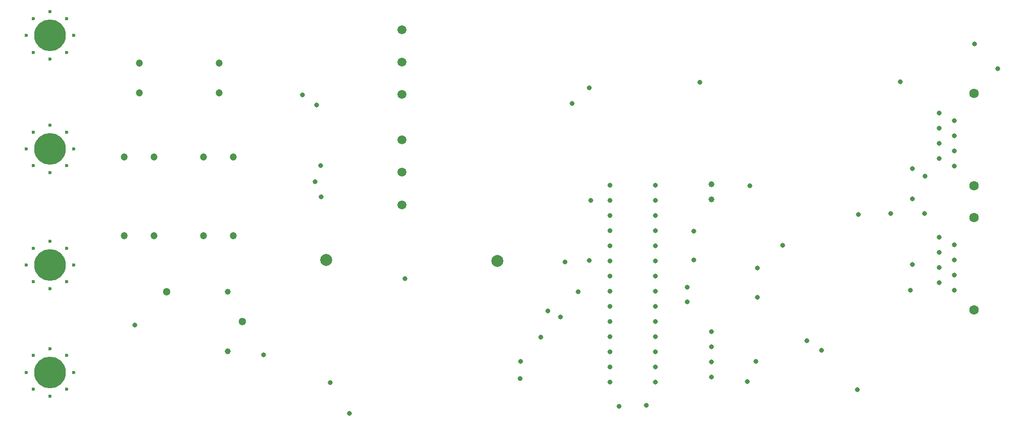
<source format=gbr>
%TF.GenerationSoftware,KiCad,Pcbnew,5.1.5+dfsg1-2~bpo10+1*%
%TF.CreationDate,2020-10-07T12:31:16+00:00*%
%TF.ProjectId,MCB19,4d434231-392e-46b6-9963-61645f706362,rev?*%
%TF.SameCoordinates,Original*%
%TF.FileFunction,Plated,1,2,PTH,Drill*%
%TF.FilePolarity,Positive*%
%FSLAX46Y46*%
G04 Gerber Fmt 4.6, Leading zero omitted, Abs format (unit mm)*
G04 Created by KiCad (PCBNEW 5.1.5+dfsg1-2~bpo10+1) date 2020-10-07 12:31:16*
%MOMM*%
%LPD*%
G04 APERTURE LIST*
%TA.AperFunction,ComponentDrill*%
%ADD10C,0.600000*%
%TD*%
%TA.AperFunction,ViaDrill*%
%ADD11C,0.800000*%
%TD*%
%TA.AperFunction,ComponentDrill*%
%ADD12C,0.800000*%
%TD*%
%TA.AperFunction,ComponentDrill*%
%ADD13C,1.000000*%
%TD*%
%TA.AperFunction,ComponentDrill*%
%ADD14C,1.200000*%
%TD*%
%TA.AperFunction,ComponentDrill*%
%ADD15C,1.300000*%
%TD*%
%TA.AperFunction,ComponentDrill*%
%ADD16C,1.500000*%
%TD*%
%TA.AperFunction,ComponentDrill*%
%ADD17C,1.600000*%
%TD*%
%TA.AperFunction,ComponentDrill*%
%ADD18C,2.000000*%
%TD*%
%TA.AperFunction,ComponentDrill*%
%ADD19C,5.300000*%
%TD*%
G04 APERTURE END LIST*
D10*
%TO.C,J613*%
X53025000Y-119500000D03*
X54189251Y-116689251D03*
X54189251Y-122310749D03*
X57000000Y-115525000D03*
X57000000Y-123475000D03*
X59810749Y-116689251D03*
X59810749Y-122310749D03*
X60975000Y-119500000D03*
%TO.C,J611*%
X53025000Y-63000000D03*
X54189251Y-60189251D03*
X54189251Y-65810749D03*
X57000000Y-59025000D03*
X57000000Y-66975000D03*
X59810749Y-60189251D03*
X59810749Y-65810749D03*
X60975000Y-63000000D03*
%TO.C,J614*%
X53025000Y-101500000D03*
X54189251Y-98689251D03*
X54189251Y-104310749D03*
X57000000Y-97525000D03*
X57000000Y-105475000D03*
X59810749Y-98689251D03*
X59810749Y-104310749D03*
X60975000Y-101500000D03*
%TO.C,J612*%
X53025000Y-82000000D03*
X54189251Y-79189251D03*
X54189251Y-84810749D03*
X57000000Y-78025000D03*
X57000000Y-85975000D03*
X59810749Y-79189251D03*
X59810749Y-84810749D03*
X60975000Y-82000000D03*
%TD*%
D11*
X71200000Y-111600000D03*
X92800000Y-116600000D03*
X99375000Y-73000000D03*
X101500000Y-87500000D03*
X101687989Y-74650000D03*
X102400000Y-84800000D03*
X102450000Y-90025000D03*
X104000000Y-121200000D03*
X107200000Y-126400000D03*
X116500000Y-103750000D03*
X135800000Y-120550012D03*
X135893644Y-117644324D03*
X139270738Y-113579262D03*
X140500000Y-109175000D03*
X142650001Y-110200000D03*
X143400000Y-101000000D03*
X144599998Y-74400000D03*
X145600000Y-105950000D03*
X147400000Y-71800000D03*
X147450000Y-100750000D03*
X147714000Y-90670000D03*
X152400000Y-125200000D03*
X157000000Y-125000000D03*
X163900000Y-105200000D03*
X163900000Y-107700000D03*
X166017412Y-70882588D03*
X173899988Y-121037235D03*
X174400000Y-88200000D03*
X175398744Y-117653990D03*
X179900000Y-98200000D03*
X183900000Y-114200000D03*
X186400000Y-115799998D03*
X192400000Y-122400000D03*
X192600000Y-93000000D03*
X197968000Y-92877000D03*
X199600000Y-70800000D03*
X201320114Y-105760291D03*
X201650002Y-85350000D03*
X201651000Y-90362010D03*
X201651000Y-101386000D03*
X203660709Y-92877000D03*
X203773354Y-86573354D03*
X212000000Y-64400000D03*
X215900000Y-68580000D03*
D12*
%TO.C,J601*%
X206084000Y-75971000D03*
X206084000Y-78511000D03*
X206084000Y-81051000D03*
X206084000Y-83591000D03*
X208624000Y-77241000D03*
X208624000Y-79781000D03*
X208624000Y-82321000D03*
X208624000Y-84861000D03*
%TO.C,U401*%
X150930000Y-88130000D03*
X150930000Y-90670000D03*
X150930000Y-93210000D03*
X150930000Y-95750000D03*
X150930000Y-98290000D03*
X150930000Y-100830000D03*
X150930000Y-103370000D03*
X150930000Y-105910000D03*
X150930000Y-108450000D03*
X150930000Y-110990000D03*
X150930000Y-113530000D03*
X150930000Y-116070000D03*
X150930000Y-118610000D03*
X150930000Y-121150000D03*
X158550000Y-88130000D03*
X158550000Y-90670000D03*
X158550000Y-93210000D03*
X158550000Y-95750000D03*
X158550000Y-98290000D03*
X158550000Y-100830000D03*
X158550000Y-103370000D03*
X158550000Y-105910000D03*
X158550000Y-108450000D03*
X158550000Y-110990000D03*
X158550000Y-113530000D03*
X158550000Y-116070000D03*
X158550000Y-118610000D03*
X158550000Y-121150000D03*
%TO.C,Y401*%
X164996000Y-95784000D03*
X164996000Y-100664000D03*
%TO.C,J401*%
X167900000Y-112660000D03*
X167900000Y-115200000D03*
X167900000Y-117740000D03*
X167900000Y-120280000D03*
%TO.C,Y201*%
X175634000Y-102036000D03*
X175634000Y-106916000D03*
%TO.C,J602*%
X206088000Y-96826000D03*
X206088000Y-99366000D03*
X206088000Y-101906000D03*
X206088000Y-104446000D03*
X208628000Y-98096000D03*
X208628000Y-100636000D03*
X208628000Y-103176000D03*
X208628000Y-105716000D03*
D13*
%TO.C,J402*%
X167900000Y-87950000D03*
X167900000Y-90490000D03*
%TO.C,K601*%
X86800000Y-106000000D03*
X86800000Y-116000000D03*
D14*
%TO.C,C608*%
X82752082Y-96550000D03*
X87752082Y-96550000D03*
%TO.C,C609*%
X69450000Y-96550000D03*
X74450000Y-96550000D03*
%TO.C,C621*%
X85400000Y-67650000D03*
X85400000Y-72650000D03*
%TO.C,C602*%
X72000000Y-67650000D03*
X72000000Y-72650000D03*
%TO.C,C610*%
X69450000Y-83400000D03*
X74450000Y-83400000D03*
%TO.C,C603*%
X82752082Y-83400000D03*
X87752082Y-83400000D03*
D15*
%TO.C,K601*%
X76600000Y-106000000D03*
X89300000Y-111000000D03*
D16*
%TO.C,Q602*%
X116000000Y-80500000D03*
X116000000Y-85950000D03*
X116000000Y-91400000D03*
%TO.C,Q601*%
X116000000Y-62000000D03*
X116000000Y-67450000D03*
X116000000Y-72900000D03*
D17*
%TO.C,J602*%
X211928000Y-93521000D03*
X211928000Y-109021000D03*
%TO.C,J601*%
X211924000Y-72666000D03*
X211924000Y-88166000D03*
D18*
%TO.C,L601*%
X103328000Y-100644000D03*
X132000000Y-100800000D03*
D19*
%TO.C,J613*%
X57000000Y-119500000D03*
%TO.C,J614*%
X57000000Y-101500000D03*
%TO.C,J612*%
X57000000Y-82000000D03*
%TO.C,J611*%
X57000000Y-63000000D03*
M02*

</source>
